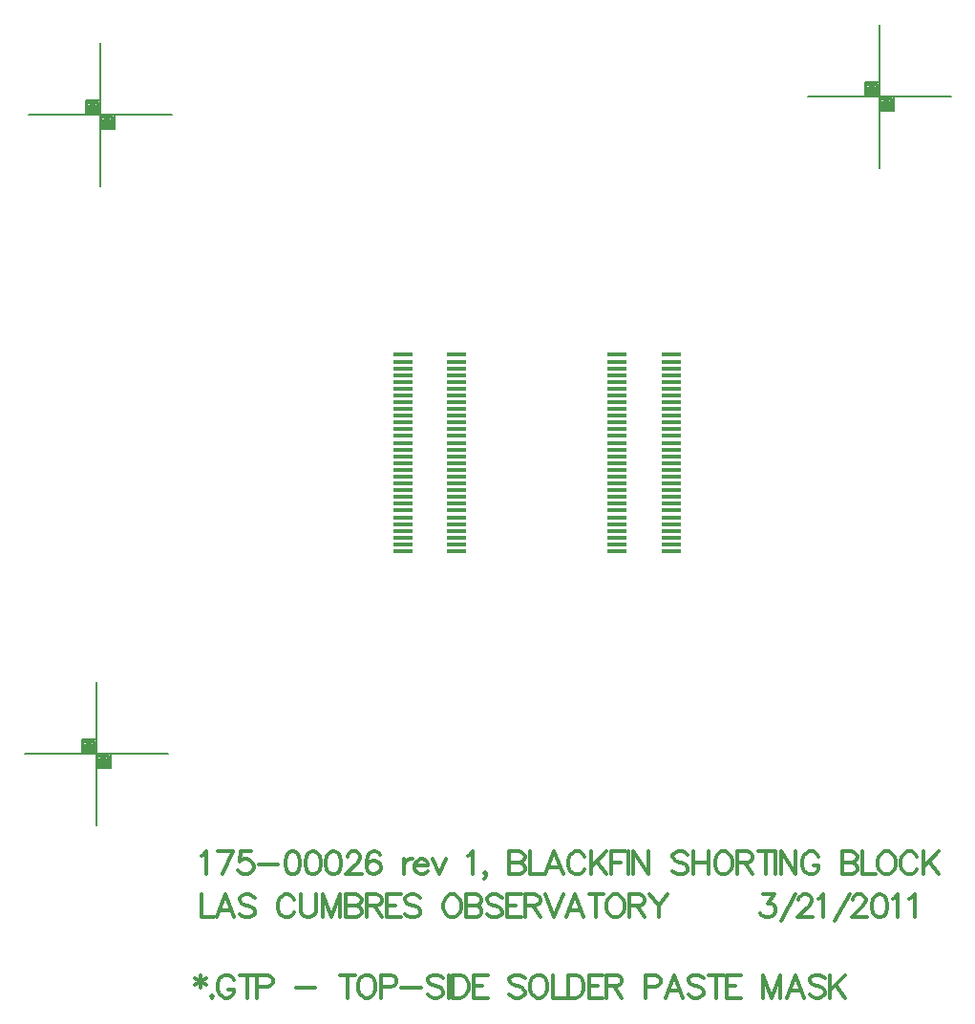
<source format=gtp>
%FSLAX23Y23*%
%MOIN*%
G70*
G01*
G75*
G04 Layer_Color=8421504*
%ADD10R,0.067X0.014*%
%ADD11C,0.010*%
%ADD12C,0.012*%
%ADD13C,0.008*%
%ADD14C,0.012*%
%ADD15C,0.012*%
%ADD16C,0.030*%
%ADD17C,0.007*%
%ADD18C,0.005*%
%ADD19C,0.012*%
%ADD20R,0.165X0.130*%
D10*
X15625Y11145D02*
D03*
Y11121D02*
D03*
Y11098D02*
D03*
Y11074D02*
D03*
Y11051D02*
D03*
Y11027D02*
D03*
Y11003D02*
D03*
Y10980D02*
D03*
Y10956D02*
D03*
Y10932D02*
D03*
Y10909D02*
D03*
Y10885D02*
D03*
Y10862D02*
D03*
Y10838D02*
D03*
Y10814D02*
D03*
Y10791D02*
D03*
Y10767D02*
D03*
Y10743D02*
D03*
Y10720D02*
D03*
Y10696D02*
D03*
Y10673D02*
D03*
Y10649D02*
D03*
Y10625D02*
D03*
Y10602D02*
D03*
Y10578D02*
D03*
Y10554D02*
D03*
Y10531D02*
D03*
Y10507D02*
D03*
Y10484D02*
D03*
X15436Y10460D02*
D03*
Y10484D02*
D03*
Y10507D02*
D03*
Y10531D02*
D03*
Y10554D02*
D03*
Y10578D02*
D03*
Y10602D02*
D03*
Y10625D02*
D03*
Y10649D02*
D03*
Y10673D02*
D03*
Y10696D02*
D03*
Y10720D02*
D03*
Y10743D02*
D03*
Y10767D02*
D03*
Y10791D02*
D03*
Y10814D02*
D03*
Y10838D02*
D03*
Y10862D02*
D03*
Y10885D02*
D03*
Y10909D02*
D03*
Y10932D02*
D03*
Y10956D02*
D03*
Y10980D02*
D03*
Y11003D02*
D03*
Y11027D02*
D03*
Y11051D02*
D03*
Y11074D02*
D03*
Y11098D02*
D03*
Y11121D02*
D03*
Y11145D02*
D03*
X15625Y10460D02*
D03*
X16184Y11145D02*
D03*
Y11121D02*
D03*
Y11098D02*
D03*
Y11074D02*
D03*
Y11051D02*
D03*
Y11027D02*
D03*
Y11003D02*
D03*
Y10980D02*
D03*
Y10956D02*
D03*
Y10932D02*
D03*
Y10909D02*
D03*
Y10885D02*
D03*
Y10862D02*
D03*
Y10838D02*
D03*
Y10814D02*
D03*
Y10791D02*
D03*
Y10767D02*
D03*
Y10743D02*
D03*
Y10720D02*
D03*
Y10696D02*
D03*
Y10673D02*
D03*
Y10649D02*
D03*
Y10625D02*
D03*
Y10602D02*
D03*
Y10578D02*
D03*
Y10554D02*
D03*
Y10531D02*
D03*
Y10507D02*
D03*
Y10484D02*
D03*
Y10460D02*
D03*
X16373D02*
D03*
Y10484D02*
D03*
Y10507D02*
D03*
Y10531D02*
D03*
Y10554D02*
D03*
Y10578D02*
D03*
Y10602D02*
D03*
Y10625D02*
D03*
Y10649D02*
D03*
Y10673D02*
D03*
Y10696D02*
D03*
Y10720D02*
D03*
Y10743D02*
D03*
Y10767D02*
D03*
Y10791D02*
D03*
Y10814D02*
D03*
Y10838D02*
D03*
Y10862D02*
D03*
Y10885D02*
D03*
Y10909D02*
D03*
Y10932D02*
D03*
Y10956D02*
D03*
Y10980D02*
D03*
Y11003D02*
D03*
Y11027D02*
D03*
Y11051D02*
D03*
Y11074D02*
D03*
Y11098D02*
D03*
Y11121D02*
D03*
Y11145D02*
D03*
D13*
X14130Y11983D02*
X14630D01*
X14380Y11733D02*
Y12233D01*
X14330Y11983D02*
Y12033D01*
X14380D01*
X14430Y11933D02*
Y11983D01*
X14380Y11933D02*
X14430D01*
X14385Y11978D02*
X14425D01*
Y11938D02*
Y11978D01*
X14385Y11938D02*
X14425D01*
X14385D02*
Y11978D01*
X14390Y11973D02*
X14420D01*
Y11943D02*
Y11973D01*
X14390Y11943D02*
X14420D01*
X14390D02*
Y11968D01*
X14395D02*
X14415D01*
Y11948D02*
Y11968D01*
X14395Y11948D02*
X14415D01*
X14395D02*
Y11963D01*
X14400D02*
X14410D01*
Y11953D02*
Y11963D01*
X14400Y11953D02*
X14410D01*
X14400D02*
Y11963D01*
Y11958D02*
X14410D01*
X14335Y12028D02*
X14375D01*
Y11988D02*
Y12028D01*
X14335Y11988D02*
X14375D01*
X14335D02*
Y12028D01*
X14340Y12023D02*
X14370D01*
Y11993D02*
Y12023D01*
X14340Y11993D02*
X14370D01*
X14340D02*
Y12018D01*
X14345D02*
X14365D01*
Y11998D02*
Y12018D01*
X14345Y11998D02*
X14365D01*
X14345D02*
Y12013D01*
X14350D02*
X14360D01*
Y12003D02*
Y12013D01*
X14350Y12003D02*
X14360D01*
X14350D02*
Y12013D01*
Y12008D02*
X14360D01*
X16850Y12046D02*
X17350D01*
X17100Y11796D02*
Y12296D01*
X17050Y12046D02*
Y12096D01*
X17100D01*
X17150Y11996D02*
Y12046D01*
X17100Y11996D02*
X17150D01*
X17105Y12041D02*
X17145D01*
Y12001D02*
Y12041D01*
X17105Y12001D02*
X17145D01*
X17105D02*
Y12041D01*
X17110Y12036D02*
X17140D01*
Y12006D02*
Y12036D01*
X17110Y12006D02*
X17140D01*
X17110D02*
Y12031D01*
X17115D02*
X17135D01*
Y12011D02*
Y12031D01*
X17115Y12011D02*
X17135D01*
X17115D02*
Y12026D01*
X17120D02*
X17130D01*
Y12016D02*
Y12026D01*
X17120Y12016D02*
X17130D01*
X17120D02*
Y12026D01*
Y12021D02*
X17130D01*
X17055Y12091D02*
X17095D01*
Y12051D02*
Y12091D01*
X17055Y12051D02*
X17095D01*
X17055D02*
Y12091D01*
X17060Y12086D02*
X17090D01*
Y12056D02*
Y12086D01*
X17060Y12056D02*
X17090D01*
X17060D02*
Y12081D01*
X17065D02*
X17085D01*
Y12061D02*
Y12081D01*
X17065Y12061D02*
X17085D01*
X17065D02*
Y12076D01*
X17070D02*
X17080D01*
Y12066D02*
Y12076D01*
X17070Y12066D02*
X17080D01*
X17070D02*
Y12076D01*
Y12071D02*
X17080D01*
X14116Y9752D02*
X14616D01*
X14366Y9502D02*
Y10002D01*
X14316Y9752D02*
Y9802D01*
X14366D01*
X14416Y9702D02*
Y9752D01*
X14366Y9702D02*
X14416D01*
X14371Y9747D02*
X14411D01*
Y9707D02*
Y9747D01*
X14371Y9707D02*
X14411D01*
X14371D02*
Y9747D01*
X14376Y9742D02*
X14406D01*
Y9712D02*
Y9742D01*
X14376Y9712D02*
X14406D01*
X14376D02*
Y9737D01*
X14381D02*
X14401D01*
Y9717D02*
Y9737D01*
X14381Y9717D02*
X14401D01*
X14381D02*
Y9732D01*
X14386D02*
X14396D01*
Y9722D02*
Y9732D01*
X14386Y9722D02*
X14396D01*
X14386D02*
Y9732D01*
Y9727D02*
X14396D01*
X14321Y9797D02*
X14361D01*
Y9757D02*
Y9797D01*
X14321Y9757D02*
X14361D01*
X14321D02*
Y9797D01*
X14326Y9792D02*
X14356D01*
Y9762D02*
Y9792D01*
X14326Y9762D02*
X14356D01*
X14326D02*
Y9787D01*
X14331D02*
X14351D01*
Y9767D02*
Y9787D01*
X14331Y9767D02*
X14351D01*
X14331D02*
Y9782D01*
X14336D02*
X14346D01*
Y9772D02*
Y9782D01*
X14336Y9772D02*
X14346D01*
X14336D02*
Y9782D01*
Y9777D02*
X14346D01*
D14*
X14733Y9262D02*
Y9182D01*
X14778D01*
X14848D02*
X14817Y9262D01*
X14787Y9182D01*
X14798Y9208D02*
X14837D01*
X14920Y9250D02*
X14912Y9258D01*
X14901Y9262D01*
X14886D01*
X14874Y9258D01*
X14867Y9250D01*
Y9243D01*
X14870Y9235D01*
X14874Y9231D01*
X14882Y9227D01*
X14905Y9220D01*
X14912Y9216D01*
X14916Y9212D01*
X14920Y9204D01*
Y9193D01*
X14912Y9185D01*
X14901Y9182D01*
X14886D01*
X14874Y9185D01*
X14867Y9193D01*
X15058Y9243D02*
X15054Y9250D01*
X15046Y9258D01*
X15039Y9262D01*
X15024D01*
X15016Y9258D01*
X15008Y9250D01*
X15005Y9243D01*
X15001Y9231D01*
Y9212D01*
X15005Y9201D01*
X15008Y9193D01*
X15016Y9185D01*
X15024Y9182D01*
X15039D01*
X15046Y9185D01*
X15054Y9193D01*
X15058Y9201D01*
X15080Y9262D02*
Y9204D01*
X15084Y9193D01*
X15092Y9185D01*
X15103Y9182D01*
X15111D01*
X15122Y9185D01*
X15130Y9193D01*
X15134Y9204D01*
Y9262D01*
X15156D02*
Y9182D01*
Y9262D02*
X15186Y9182D01*
X15217Y9262D02*
X15186Y9182D01*
X15217Y9262D02*
Y9182D01*
X15239Y9262D02*
Y9182D01*
Y9262D02*
X15274D01*
X15285Y9258D01*
X15289Y9254D01*
X15293Y9246D01*
Y9239D01*
X15289Y9231D01*
X15285Y9227D01*
X15274Y9223D01*
X15239D02*
X15274D01*
X15285Y9220D01*
X15289Y9216D01*
X15293Y9208D01*
Y9197D01*
X15289Y9189D01*
X15285Y9185D01*
X15274Y9182D01*
X15239D01*
X15311Y9262D02*
Y9182D01*
Y9262D02*
X15345D01*
X15356Y9258D01*
X15360Y9254D01*
X15364Y9246D01*
Y9239D01*
X15360Y9231D01*
X15356Y9227D01*
X15345Y9223D01*
X15311D01*
X15337D02*
X15364Y9182D01*
X15431Y9262D02*
X15382D01*
Y9182D01*
X15431D01*
X15382Y9223D02*
X15412D01*
X15498Y9250D02*
X15490Y9258D01*
X15479Y9262D01*
X15464D01*
X15452Y9258D01*
X15445Y9250D01*
Y9243D01*
X15449Y9235D01*
X15452Y9231D01*
X15460Y9227D01*
X15483Y9220D01*
X15490Y9216D01*
X15494Y9212D01*
X15498Y9204D01*
Y9193D01*
X15490Y9185D01*
X15479Y9182D01*
X15464D01*
X15452Y9185D01*
X15445Y9193D01*
X15602Y9262D02*
X15594Y9258D01*
X15586Y9250D01*
X15583Y9243D01*
X15579Y9231D01*
Y9212D01*
X15583Y9201D01*
X15586Y9193D01*
X15594Y9185D01*
X15602Y9182D01*
X15617D01*
X15625Y9185D01*
X15632Y9193D01*
X15636Y9201D01*
X15640Y9212D01*
Y9231D01*
X15636Y9243D01*
X15632Y9250D01*
X15625Y9258D01*
X15617Y9262D01*
X15602D01*
X15658D02*
Y9182D01*
Y9262D02*
X15693D01*
X15704Y9258D01*
X15708Y9254D01*
X15712Y9246D01*
Y9239D01*
X15708Y9231D01*
X15704Y9227D01*
X15693Y9223D01*
X15658D02*
X15693D01*
X15704Y9220D01*
X15708Y9216D01*
X15712Y9208D01*
Y9197D01*
X15708Y9189D01*
X15704Y9185D01*
X15693Y9182D01*
X15658D01*
X15783Y9250D02*
X15775Y9258D01*
X15764Y9262D01*
X15749D01*
X15737Y9258D01*
X15730Y9250D01*
Y9243D01*
X15733Y9235D01*
X15737Y9231D01*
X15745Y9227D01*
X15768Y9220D01*
X15775Y9216D01*
X15779Y9212D01*
X15783Y9204D01*
Y9193D01*
X15775Y9185D01*
X15764Y9182D01*
X15749D01*
X15737Y9185D01*
X15730Y9193D01*
X15850Y9262D02*
X15801D01*
Y9182D01*
X15850D01*
X15801Y9223D02*
X15831D01*
X15864Y9262D02*
Y9182D01*
Y9262D02*
X15898D01*
X15909Y9258D01*
X15913Y9254D01*
X15917Y9246D01*
Y9239D01*
X15913Y9231D01*
X15909Y9227D01*
X15898Y9223D01*
X15864D01*
X15890D02*
X15917Y9182D01*
X15935Y9262D02*
X15965Y9182D01*
X15996Y9262D02*
X15965Y9182D01*
X16067D02*
X16037Y9262D01*
X16006Y9182D01*
X16018Y9208D02*
X16056D01*
X16112Y9262D02*
Y9182D01*
X16086Y9262D02*
X16139D01*
X16171D02*
X16164Y9258D01*
X16156Y9250D01*
X16152Y9243D01*
X16149Y9231D01*
Y9212D01*
X16152Y9201D01*
X16156Y9193D01*
X16164Y9185D01*
X16171Y9182D01*
X16187D01*
X16194Y9185D01*
X16202Y9193D01*
X16206Y9201D01*
X16210Y9212D01*
Y9231D01*
X16206Y9243D01*
X16202Y9250D01*
X16194Y9258D01*
X16187Y9262D01*
X16171D01*
X16228D02*
Y9182D01*
Y9262D02*
X16263D01*
X16274Y9258D01*
X16278Y9254D01*
X16282Y9246D01*
Y9239D01*
X16278Y9231D01*
X16274Y9227D01*
X16263Y9223D01*
X16228D01*
X16255D02*
X16282Y9182D01*
X16299Y9262D02*
X16330Y9223D01*
Y9182D01*
X16360Y9262D02*
X16330Y9223D01*
X16693Y9262D02*
X16734D01*
X16712Y9231D01*
X16723D01*
X16731Y9227D01*
X16734Y9223D01*
X16738Y9212D01*
Y9204D01*
X16734Y9193D01*
X16727Y9185D01*
X16715Y9182D01*
X16704D01*
X16693Y9185D01*
X16689Y9189D01*
X16685Y9197D01*
X16756Y9170D02*
X16809Y9262D01*
X16819Y9243D02*
Y9246D01*
X16822Y9254D01*
X16826Y9258D01*
X16834Y9262D01*
X16849D01*
X16857Y9258D01*
X16860Y9254D01*
X16864Y9246D01*
Y9239D01*
X16860Y9231D01*
X16853Y9220D01*
X16815Y9182D01*
X16868D01*
X16886Y9246D02*
X16894Y9250D01*
X16905Y9262D01*
Y9182D01*
X16945Y9170D02*
X16998Y9262D01*
X17007Y9243D02*
Y9246D01*
X17011Y9254D01*
X17015Y9258D01*
X17022Y9262D01*
X17038D01*
X17045Y9258D01*
X17049Y9254D01*
X17053Y9246D01*
Y9239D01*
X17049Y9231D01*
X17041Y9220D01*
X17003Y9182D01*
X17057D01*
X17097Y9262D02*
X17086Y9258D01*
X17078Y9246D01*
X17075Y9227D01*
Y9216D01*
X17078Y9197D01*
X17086Y9185D01*
X17097Y9182D01*
X17105D01*
X17116Y9185D01*
X17124Y9197D01*
X17128Y9216D01*
Y9227D01*
X17124Y9246D01*
X17116Y9258D01*
X17105Y9262D01*
X17097D01*
X17146Y9246D02*
X17153Y9250D01*
X17165Y9262D01*
Y9182D01*
X17204Y9246D02*
X17212Y9250D01*
X17223Y9262D01*
Y9182D01*
D15*
X14731Y8981D02*
Y8935D01*
X14712Y8970D02*
X14750Y8947D01*
Y8970D02*
X14712Y8947D01*
X14770Y8909D02*
X14766Y8905D01*
X14770Y8901D01*
X14774Y8905D01*
X14770Y8909D01*
X14848Y8962D02*
X14844Y8970D01*
X14837Y8977D01*
X14829Y8981D01*
X14814D01*
X14806Y8977D01*
X14799Y8970D01*
X14795Y8962D01*
X14791Y8951D01*
Y8931D01*
X14795Y8920D01*
X14799Y8912D01*
X14806Y8905D01*
X14814Y8901D01*
X14829D01*
X14837Y8905D01*
X14844Y8912D01*
X14848Y8920D01*
Y8931D01*
X14829D02*
X14848D01*
X14893Y8981D02*
Y8901D01*
X14867Y8981D02*
X14920D01*
X14929Y8939D02*
X14964D01*
X14975Y8943D01*
X14979Y8947D01*
X14983Y8954D01*
Y8966D01*
X14979Y8973D01*
X14975Y8977D01*
X14964Y8981D01*
X14929D01*
Y8901D01*
X15063Y8935D02*
X15132D01*
X15245Y8981D02*
Y8901D01*
X15218Y8981D02*
X15272D01*
X15304D02*
X15297Y8977D01*
X15289Y8970D01*
X15285Y8962D01*
X15281Y8951D01*
Y8931D01*
X15285Y8920D01*
X15289Y8912D01*
X15297Y8905D01*
X15304Y8901D01*
X15319D01*
X15327Y8905D01*
X15335Y8912D01*
X15338Y8920D01*
X15342Y8931D01*
Y8951D01*
X15338Y8962D01*
X15335Y8970D01*
X15327Y8977D01*
X15319Y8981D01*
X15304D01*
X15361Y8939D02*
X15395D01*
X15407Y8943D01*
X15410Y8947D01*
X15414Y8954D01*
Y8966D01*
X15410Y8973D01*
X15407Y8977D01*
X15395Y8981D01*
X15361D01*
Y8901D01*
X15432Y8935D02*
X15501D01*
X15578Y8970D02*
X15570Y8977D01*
X15559Y8981D01*
X15543D01*
X15532Y8977D01*
X15524Y8970D01*
Y8962D01*
X15528Y8954D01*
X15532Y8951D01*
X15540Y8947D01*
X15562Y8939D01*
X15570Y8935D01*
X15574Y8931D01*
X15578Y8924D01*
Y8912D01*
X15570Y8905D01*
X15559Y8901D01*
X15543D01*
X15532Y8905D01*
X15524Y8912D01*
X15596Y8981D02*
Y8901D01*
X15612Y8981D02*
Y8901D01*
Y8981D02*
X15639D01*
X15650Y8977D01*
X15658Y8970D01*
X15662Y8962D01*
X15666Y8951D01*
Y8931D01*
X15662Y8920D01*
X15658Y8912D01*
X15650Y8905D01*
X15639Y8901D01*
X15612D01*
X15733Y8981D02*
X15684D01*
Y8901D01*
X15733D01*
X15684Y8943D02*
X15714D01*
X15863Y8970D02*
X15855Y8977D01*
X15843Y8981D01*
X15828D01*
X15817Y8977D01*
X15809Y8970D01*
Y8962D01*
X15813Y8954D01*
X15817Y8951D01*
X15824Y8947D01*
X15847Y8939D01*
X15855Y8935D01*
X15859Y8931D01*
X15863Y8924D01*
Y8912D01*
X15855Y8905D01*
X15843Y8901D01*
X15828D01*
X15817Y8905D01*
X15809Y8912D01*
X15903Y8981D02*
X15896Y8977D01*
X15888Y8970D01*
X15884Y8962D01*
X15880Y8951D01*
Y8931D01*
X15884Y8920D01*
X15888Y8912D01*
X15896Y8905D01*
X15903Y8901D01*
X15918D01*
X15926Y8905D01*
X15934Y8912D01*
X15938Y8920D01*
X15941Y8931D01*
Y8951D01*
X15938Y8962D01*
X15934Y8970D01*
X15926Y8977D01*
X15918Y8981D01*
X15903D01*
X15960D02*
Y8901D01*
X16006D01*
X16014Y8981D02*
Y8901D01*
Y8981D02*
X16041D01*
X16053Y8977D01*
X16060Y8970D01*
X16064Y8962D01*
X16068Y8951D01*
Y8931D01*
X16064Y8920D01*
X16060Y8912D01*
X16053Y8905D01*
X16041Y8901D01*
X16014D01*
X16135Y8981D02*
X16086D01*
Y8901D01*
X16135D01*
X16086Y8943D02*
X16116D01*
X16149Y8981D02*
Y8901D01*
Y8981D02*
X16183D01*
X16194Y8977D01*
X16198Y8973D01*
X16202Y8966D01*
Y8958D01*
X16198Y8951D01*
X16194Y8947D01*
X16183Y8943D01*
X16149D01*
X16175D02*
X16202Y8901D01*
X16283Y8939D02*
X16317D01*
X16328Y8943D01*
X16332Y8947D01*
X16336Y8954D01*
Y8966D01*
X16332Y8973D01*
X16328Y8977D01*
X16317Y8981D01*
X16283D01*
Y8901D01*
X16415D02*
X16384Y8981D01*
X16354Y8901D01*
X16365Y8928D02*
X16403D01*
X16487Y8970D02*
X16479Y8977D01*
X16468Y8981D01*
X16452D01*
X16441Y8977D01*
X16433Y8970D01*
Y8962D01*
X16437Y8954D01*
X16441Y8951D01*
X16449Y8947D01*
X16472Y8939D01*
X16479Y8935D01*
X16483Y8931D01*
X16487Y8924D01*
Y8912D01*
X16479Y8905D01*
X16468Y8901D01*
X16452D01*
X16441Y8905D01*
X16433Y8912D01*
X16531Y8981D02*
Y8901D01*
X16505Y8981D02*
X16558D01*
X16617D02*
X16568D01*
Y8901D01*
X16617D01*
X16568Y8943D02*
X16598D01*
X16693Y8981D02*
Y8901D01*
Y8981D02*
X16724Y8901D01*
X16754Y8981D02*
X16724Y8901D01*
X16754Y8981D02*
Y8901D01*
X16838D02*
X16807Y8981D01*
X16777Y8901D01*
X16788Y8928D02*
X16826D01*
X16910Y8970D02*
X16902Y8977D01*
X16891Y8981D01*
X16876D01*
X16864Y8977D01*
X16857Y8970D01*
Y8962D01*
X16860Y8954D01*
X16864Y8951D01*
X16872Y8947D01*
X16895Y8939D01*
X16902Y8935D01*
X16906Y8931D01*
X16910Y8924D01*
Y8912D01*
X16902Y8905D01*
X16891Y8901D01*
X16876D01*
X16864Y8905D01*
X16857Y8912D01*
X16928Y8981D02*
Y8901D01*
X16981Y8981D02*
X16928Y8928D01*
X16947Y8947D02*
X16981Y8901D01*
X14733Y9396D02*
X14740Y9400D01*
X14752Y9412D01*
Y9332D01*
X14845Y9412D02*
X14806Y9332D01*
X14791Y9412D02*
X14845D01*
X14908D02*
X14870D01*
X14866Y9377D01*
X14870Y9381D01*
X14881Y9385D01*
X14893D01*
X14904Y9381D01*
X14912Y9373D01*
X14916Y9362D01*
Y9354D01*
X14912Y9343D01*
X14904Y9335D01*
X14893Y9332D01*
X14881D01*
X14870Y9335D01*
X14866Y9339D01*
X14862Y9347D01*
X14934Y9366D02*
X15002D01*
X15049Y9412D02*
X15037Y9408D01*
X15030Y9396D01*
X15026Y9377D01*
Y9366D01*
X15030Y9347D01*
X15037Y9335D01*
X15049Y9332D01*
X15056D01*
X15068Y9335D01*
X15075Y9347D01*
X15079Y9366D01*
Y9377D01*
X15075Y9396D01*
X15068Y9408D01*
X15056Y9412D01*
X15049D01*
X15120D02*
X15108Y9408D01*
X15101Y9396D01*
X15097Y9377D01*
Y9366D01*
X15101Y9347D01*
X15108Y9335D01*
X15120Y9332D01*
X15128D01*
X15139Y9335D01*
X15147Y9347D01*
X15150Y9366D01*
Y9377D01*
X15147Y9396D01*
X15139Y9408D01*
X15128Y9412D01*
X15120D01*
X15191D02*
X15180Y9408D01*
X15172Y9396D01*
X15168Y9377D01*
Y9366D01*
X15172Y9347D01*
X15180Y9335D01*
X15191Y9332D01*
X15199D01*
X15210Y9335D01*
X15218Y9347D01*
X15222Y9366D01*
Y9377D01*
X15218Y9396D01*
X15210Y9408D01*
X15199Y9412D01*
X15191D01*
X15243Y9393D02*
Y9396D01*
X15247Y9404D01*
X15251Y9408D01*
X15259Y9412D01*
X15274D01*
X15281Y9408D01*
X15285Y9404D01*
X15289Y9396D01*
Y9389D01*
X15285Y9381D01*
X15278Y9370D01*
X15239Y9332D01*
X15293D01*
X15356Y9400D02*
X15353Y9408D01*
X15341Y9412D01*
X15334D01*
X15322Y9408D01*
X15315Y9396D01*
X15311Y9377D01*
Y9358D01*
X15315Y9343D01*
X15322Y9335D01*
X15334Y9332D01*
X15337D01*
X15349Y9335D01*
X15356Y9343D01*
X15360Y9354D01*
Y9358D01*
X15356Y9370D01*
X15349Y9377D01*
X15337Y9381D01*
X15334D01*
X15322Y9377D01*
X15315Y9370D01*
X15311Y9358D01*
X15441Y9385D02*
Y9332D01*
Y9362D02*
X15444Y9373D01*
X15452Y9381D01*
X15460Y9385D01*
X15471D01*
X15478Y9362D02*
X15524D01*
Y9370D01*
X15520Y9377D01*
X15516Y9381D01*
X15509Y9385D01*
X15497D01*
X15490Y9381D01*
X15482Y9373D01*
X15478Y9362D01*
Y9354D01*
X15482Y9343D01*
X15490Y9335D01*
X15497Y9332D01*
X15509D01*
X15516Y9335D01*
X15524Y9343D01*
X15541Y9385D02*
X15564Y9332D01*
X15587Y9385D02*
X15564Y9332D01*
X15663Y9396D02*
X15670Y9400D01*
X15682Y9412D01*
Y9332D01*
X15729Y9335D02*
X15725Y9332D01*
X15721Y9335D01*
X15725Y9339D01*
X15729Y9335D01*
Y9328D01*
X15725Y9320D01*
X15721Y9316D01*
X15809Y9412D02*
Y9332D01*
Y9412D02*
X15844D01*
X15855Y9408D01*
X15859Y9404D01*
X15863Y9396D01*
Y9389D01*
X15859Y9381D01*
X15855Y9377D01*
X15844Y9373D01*
X15809D02*
X15844D01*
X15855Y9370D01*
X15859Y9366D01*
X15863Y9358D01*
Y9347D01*
X15859Y9339D01*
X15855Y9335D01*
X15844Y9332D01*
X15809D01*
X15881Y9412D02*
Y9332D01*
X15926D01*
X15996D02*
X15965Y9412D01*
X15935Y9332D01*
X15946Y9358D02*
X15984D01*
X16072Y9393D02*
X16068Y9400D01*
X16060Y9408D01*
X16053Y9412D01*
X16037D01*
X16030Y9408D01*
X16022Y9400D01*
X16018Y9393D01*
X16015Y9381D01*
Y9362D01*
X16018Y9351D01*
X16022Y9343D01*
X16030Y9335D01*
X16037Y9332D01*
X16053D01*
X16060Y9335D01*
X16068Y9343D01*
X16072Y9351D01*
X16094Y9412D02*
Y9332D01*
X16147Y9412D02*
X16094Y9358D01*
X16113Y9377D02*
X16147Y9332D01*
X16165Y9412D02*
Y9332D01*
Y9412D02*
X16215D01*
X16165Y9373D02*
X16196D01*
X16224Y9412D02*
Y9332D01*
X16241Y9412D02*
Y9332D01*
Y9412D02*
X16294Y9332D01*
Y9412D02*
Y9332D01*
X16432Y9400D02*
X16425Y9408D01*
X16413Y9412D01*
X16398D01*
X16387Y9408D01*
X16379Y9400D01*
Y9393D01*
X16383Y9385D01*
X16387Y9381D01*
X16394Y9377D01*
X16417Y9370D01*
X16425Y9366D01*
X16429Y9362D01*
X16432Y9354D01*
Y9343D01*
X16425Y9335D01*
X16413Y9332D01*
X16398D01*
X16387Y9335D01*
X16379Y9343D01*
X16450Y9412D02*
Y9332D01*
X16504Y9412D02*
Y9332D01*
X16450Y9373D02*
X16504D01*
X16549Y9412D02*
X16541Y9408D01*
X16533Y9400D01*
X16530Y9393D01*
X16526Y9381D01*
Y9362D01*
X16530Y9351D01*
X16533Y9343D01*
X16541Y9335D01*
X16549Y9332D01*
X16564D01*
X16571Y9335D01*
X16579Y9343D01*
X16583Y9351D01*
X16587Y9362D01*
Y9381D01*
X16583Y9393D01*
X16579Y9400D01*
X16571Y9408D01*
X16564Y9412D01*
X16549D01*
X16605D02*
Y9332D01*
Y9412D02*
X16640D01*
X16651Y9408D01*
X16655Y9404D01*
X16659Y9396D01*
Y9389D01*
X16655Y9381D01*
X16651Y9377D01*
X16640Y9373D01*
X16605D01*
X16632D02*
X16659Y9332D01*
X16703Y9412D02*
Y9332D01*
X16677Y9412D02*
X16730D01*
X16739D02*
Y9332D01*
X16756Y9412D02*
Y9332D01*
Y9412D02*
X16809Y9332D01*
Y9412D02*
Y9332D01*
X16889Y9393D02*
X16885Y9400D01*
X16877Y9408D01*
X16870Y9412D01*
X16854D01*
X16847Y9408D01*
X16839Y9400D01*
X16835Y9393D01*
X16832Y9381D01*
Y9362D01*
X16835Y9351D01*
X16839Y9343D01*
X16847Y9335D01*
X16854Y9332D01*
X16870D01*
X16877Y9335D01*
X16885Y9343D01*
X16889Y9351D01*
Y9362D01*
X16870D02*
X16889D01*
X16970Y9412D02*
Y9332D01*
Y9412D02*
X17004D01*
X17015Y9408D01*
X17019Y9404D01*
X17023Y9396D01*
Y9389D01*
X17019Y9381D01*
X17015Y9377D01*
X17004Y9373D01*
X16970D02*
X17004D01*
X17015Y9370D01*
X17019Y9366D01*
X17023Y9358D01*
Y9347D01*
X17019Y9339D01*
X17015Y9335D01*
X17004Y9332D01*
X16970D01*
X17041Y9412D02*
Y9332D01*
X17087D01*
X17118Y9412D02*
X17111Y9408D01*
X17103Y9400D01*
X17099Y9393D01*
X17095Y9381D01*
Y9362D01*
X17099Y9351D01*
X17103Y9343D01*
X17111Y9335D01*
X17118Y9332D01*
X17134D01*
X17141Y9335D01*
X17149Y9343D01*
X17153Y9351D01*
X17156Y9362D01*
Y9381D01*
X17153Y9393D01*
X17149Y9400D01*
X17141Y9408D01*
X17134Y9412D01*
X17118D01*
X17232Y9393D02*
X17228Y9400D01*
X17221Y9408D01*
X17213Y9412D01*
X17198D01*
X17190Y9408D01*
X17183Y9400D01*
X17179Y9393D01*
X17175Y9381D01*
Y9362D01*
X17179Y9351D01*
X17183Y9343D01*
X17190Y9335D01*
X17198Y9332D01*
X17213D01*
X17221Y9335D01*
X17228Y9343D01*
X17232Y9351D01*
X17255Y9412D02*
Y9332D01*
X17308Y9412D02*
X17255Y9358D01*
X17274Y9377D02*
X17308Y9332D01*
M02*

</source>
